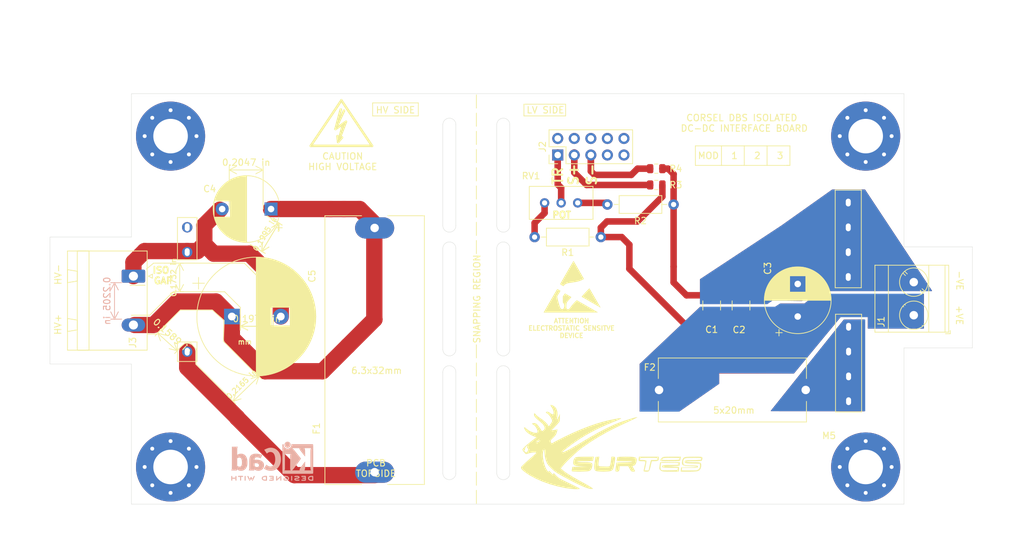
<source format=kicad_pcb>
(kicad_pcb (version 20171130) (host pcbnew "(5.1.9)-1")
  (layers (0 F.Cu signal) (31 B.Cu signal) (34 B.Paste user) (35 F.Paste user) (36 B.SilkS user) (37 F.SilkS user) (38 B.Mask user) (39 F.Mask user) (44 Edge.Cuts user))
  (net 0 "")
  (net 1 Sense-)
  (net 2 Sense+)
  (net 3 TR)
  (net 4 "Net-(H3-Pad1)")
  (net 5 "Net-(H4-Pad1)")
  (net 6 "Net-(H1-Pad1)")
  (net 7 "Net-(H2-Pad1)")
  (net 8 "Net-(J2-Pad10)")
  (net 9 "Net-(J2-Pad9)")
  (net 10 "Net-(J2-Pad8)")
  (net 11 "Net-(J2-Pad7)")
  (net 12 "Net-(J2-Pad6)")
  (net 13 "Net-(J2-Pad4)")
  (net 14 "Net-(J2-Pad2)")
  (net 15 VSS)
  (net 16 VDD)
  (net 17 "Net-(R1-Pad2)")
  (net 18 "Net-(R2-Pad1)")
  (net 19 HV-)
  (net 20 HV+)
  (net 21 "Net-(J7-Pad1)")
  (net 22 "Net-(F1-Pad1)")
  (net 23 "Net-(F2-Pad1)")
  (module Symbol:KiCad-Logo2_5mm_SilkScreen (layer B.Cu) (at 105.6 146.4 180)
    (fp_text reference REF** hide)
    (fp_text value KiCad-Logo2_5mm_SilkScreen hide)
  )
  (module Symbol:Symbol_HighVoltage_Type2_CopperTop_VerySmall (layer F.Cu) (at 116.2 95.2)
    (fp_text reference REF**)
    (fp_text value Symbol_HighVoltage_Type2_CopperTop_VerySmall)
  )
  (module Symbol:ESD-Logo_8.9x8mm_SilkScreen (layer F.Cu) (at 151.6 119.6)
    (fp_text reference REF** hide)
    (fp_text value ESD-Logo_8.9x8mm_SilkScreen hide)
  )
  (module Capacitor_THT:CP_Radial_D18.0mm_P7.50mm (layer F.Cu) (at 99.4 124.2)
    (fp_text reference C5 (at 12.3 -6.2 270) (layer F.SilkS))
    (fp_text value 100u)
    (pad 2 thru_hole circle (at 7.5 0) (size 2.4 2.4) (drill 1.2) (layers *.Cu *.Mask) (net 19 HV-))
    (pad 1 thru_hole rect (at 0 0) (size 2.4 2.4) (drill 1.2) (layers *.Cu *.Mask) (net 20 HV+))
  )
  (module Capacitor_THT:CP_Radial_D10.0mm_P7.50mm (layer F.Cu) (at 105.41 107.696 180)
    (fp_text reference C4 (at 9.41 3.096) (layer F.SilkS))
    (fp_text value 10u)
    (pad 2 thru_hole circle (at 7.5 0 180) (size 2 2) (drill 1) (layers *.Cu *.Mask) (net 19 HV-))
    (pad 1 thru_hole rect (at 0 0 180) (size 2 2) (drill 1) (layers *.Cu *.Mask) (net 20 HV+))
  )
  (module "Team Surtes:fs_teamSurtes" (layer F.Cu) (at 157.6 144.2)
    (fp_text reference G*** hide)
    (fp_text value LOGO hide)
  )
  (module Connector_Phoenix_GMSTB:PhoenixContact_GMSTBA_2,5_2-G_1x02_P7.50mm_Horizontal (layer F.Cu) (at 84.3 118 270)
    (fp_text reference J3 (at 10.2 0.1 90) (layer F.SilkS))
    (fp_text value Conn_01x02)
    (pad 2 thru_hole oval (at 7.5 0 270) (size 2 3.6) (drill 1.4) (layers *.Cu *.Mask) (net 20 HV+))
    (pad 1 thru_hole roundrect (at 0 0 270) (size 2 3.6) (drill 1.4) (layers *.Cu *.Mask) (roundrect_rratio 0.125) (net 19 HV-))
  )
  (module Resistor_THT:R_Axial_DIN0207_L6.3mm_D2.5mm_P10.16mm_Horizontal (layer F.Cu) (at 156 112 180)
    (fp_text reference R1 (at 5.08 -2.37) (layer F.SilkS))
    (fp_text value 5k)
    (pad 2 thru_hole oval (at 10.16 0 180) (size 1.6 1.6) (drill 0.8) (layers *.Cu *.Mask) (net 17 "Net-(R1-Pad2)"))
    (pad 1 thru_hole circle (at 0 0 180) (size 1.6 1.6) (drill 0.8) (layers *.Cu *.Mask) (net 16 VDD))
  )
  (module Resistor_THT:R_Axial_DIN0207_L6.3mm_D2.5mm_P10.16mm_Horizontal (layer F.Cu) (at 157 107)
    (fp_text reference R2 (at 5.08 2.5) (layer F.SilkS))
    (fp_text value 470)
    (pad 2 thru_hole oval (at 10.16 0) (size 1.6 1.6) (drill 0.8) (layers *.Cu *.Mask) (net 15 VSS))
    (pad 1 thru_hole circle (at 0 0) (size 1.6 1.6) (drill 0.8) (layers *.Cu *.Mask) (net 18 "Net-(R2-Pad1)"))
  )
  (module Resistor_SMD:R_0805_2012Metric (layer F.Cu) (at 164.5 104)
    (fp_text reference R3 (at 3 0) (layer F.SilkS))
    (fp_text value 0)
    (pad 2 smd roundrect (at 0.9375 0) (size 0.975 1.4) (layers F.Cu F.Paste F.Mask) (net 16 VDD))
    (pad 1 smd roundrect (at -0.9375 0) (size 0.975 1.4) (layers F.Cu F.Paste F.Mask) (net 2 Sense+))
  )
  (module Resistor_SMD:R_0805_2012Metric (layer F.Cu) (at 164.5 101.5 180)
    (fp_text reference R4 (at -3 0) (layer F.SilkS))
    (fp_text value 0)
    (pad 2 smd roundrect (at 0.9375 0 180) (size 0.975 1.4) (layers F.Cu F.Paste F.Mask) (net 1 Sense-))
    (pad 1 smd roundrect (at -0.9375 0 180) (size 0.975 1.4) (layers F.Cu F.Paste F.Mask) (net 15 VSS))
  )
  (module TerminalBlock_Phoenix:TerminalBlock_Phoenix_MKDS-3-2-5.08_1x02_P5.08mm_Horizontal (layer F.Cu) (at 204 124 90)
    (fp_text reference J1 (at -1 -5 90) (layer F.SilkS))
    (fp_text value Conn_01x02)
    (pad 2 thru_hole circle (at 5.08 0 90) (size 2.6 2.6) (drill 1.3) (layers *.Cu *.Mask) (net 15 VSS))
    (pad 1 thru_hole rect (at 0 0 90) (size 2.6 2.6) (drill 1.3) (layers *.Cu *.Mask) (net 16 VDD))
  )
  (module "DC_DC Converter circuit_DBS:Corsel_DC_DC_01x04" (layer F.Cu) (at 193.95 111.78)
    (fp_text reference J4 hide)
    (fp_text value DC-DC-CONN-01x04)
    (pad 4 thru_hole circle (at 0 6.35) (size 1.6 1.6) (drill oval 0.762 1.2) (layers *.Cu *.Mask) (net 15 VSS))
    (pad 3 thru_hole circle (at 0 2.54) (size 1.6 1.6) (drill oval 0.762 1.2) (layers *.Cu *.Mask) (net 15 VSS))
    (pad 2 thru_hole circle (at 0 -1.27) (size 1.6 1.6) (drill oval 0.762 1.2) (layers *.Cu *.Mask) (net 15 VSS))
    (pad 1 thru_hole circle (at 0 -5.08) (size 1.6 1.6) (drill oval 0.762 1.2) (layers *.Cu *.Mask) (net 15 VSS))
  )
  (module "DC_DC Converter circuit_DBS:cosel_DC_DC_-01x01" (layer F.Cu) (at 92.55 129.6)
    (fp_text reference J6 hide)
    (fp_text value corsel_DC_DC_conn_01x01)
    (pad 1 thru_hole circle (at 0 0) (size 1.6 1.6) (drill oval 0.762 1.2) (layers *.Cu *.Mask) (net 22 "Net-(F1-Pad1)"))
  )
  (module "DC_DC Converter circuit_DBS:corsel_DC_DC_01x02" (layer F.Cu) (at 92.55 111.5)
    (fp_text reference J7 hide)
    (fp_text value corsel_DC_DC_conn_01x02)
    (pad 2 thru_hole circle (at 0 2.81) (size 1.6 1.6) (drill oval 0.762 1.2) (layers *.Cu *.Mask) (net 19 HV-))
    (pad 1 thru_hole circle (at 0 -1) (size 1.6 1.6) (drill oval 0.762 1.2) (layers *.Cu *.Mask) (net 21 "Net-(J7-Pad1)"))
  )
  (module "DC_DC Converter circuit_DBS:Corsel_DC_DC_01x04" (layer F.Cu) (at 194 130.85)
    (fp_text reference J5 hide)
    (fp_text value DC-DC-CONN-01x04)
    (pad 4 thru_hole circle (at 0 6.35) (size 1.6 1.6) (drill oval 0.762 1.2) (layers *.Cu *.Mask) (net 23 "Net-(F2-Pad1)"))
    (pad 3 thru_hole circle (at 0 2.54) (size 1.6 1.6) (drill oval 0.762 1.2) (layers *.Cu *.Mask) (net 23 "Net-(F2-Pad1)"))
    (pad 2 thru_hole circle (at 0 -1.27) (size 1.6 1.6) (drill oval 0.762 1.2) (layers *.Cu *.Mask) (net 23 "Net-(F2-Pad1)"))
    (pad 1 thru_hole circle (at 0 -5.08) (size 1.6 1.6) (drill oval 0.762 1.2) (layers *.Cu *.Mask) (net 23 "Net-(F2-Pad1)"))
  )
  (module MountingHole:MountingHole_5.3mm_M5_Pad_Via (layer F.Cu) (at 196.625 96.5)
    (fp_text reference H1 hide)
    (fp_text value MountingHole_Pad)
    (pad 1 thru_hole circle (at 2.810749 -2.810749) (size 0.9 0.9) (drill 0.6) (layers *.Cu *.Mask) (net 6 "Net-(H1-Pad1)"))
    (pad 1 thru_hole circle (at 0 -3.975) (size 0.9 0.9) (drill 0.6) (layers *.Cu *.Mask) (net 6 "Net-(H1-Pad1)"))
    (pad 1 thru_hole circle (at -2.810749 -2.810749) (size 0.9 0.9) (drill 0.6) (layers *.Cu *.Mask) (net 6 "Net-(H1-Pad1)"))
    (pad 1 thru_hole circle (at -3.975 0) (size 0.9 0.9) (drill 0.6) (layers *.Cu *.Mask) (net 6 "Net-(H1-Pad1)"))
    (pad 1 thru_hole circle (at -2.810749 2.810749) (size 0.9 0.9) (drill 0.6) (layers *.Cu *.Mask) (net 6 "Net-(H1-Pad1)"))
    (pad 1 thru_hole circle (at 0 3.975) (size 0.9 0.9) (drill 0.6) (layers *.Cu *.Mask) (net 6 "Net-(H1-Pad1)"))
    (pad 1 thru_hole circle (at 2.810749 2.810749) (size 0.9 0.9) (drill 0.6) (layers *.Cu *.Mask) (net 6 "Net-(H1-Pad1)"))
    (pad 1 thru_hole circle (at 3.975 0) (size 0.9 0.9) (drill 0.6) (layers *.Cu *.Mask) (net 6 "Net-(H1-Pad1)"))
    (pad 1 thru_hole circle (at 0 0) (size 10.6 10.6) (drill 5.3) (layers *.Cu *.Mask) (net 6 "Net-(H1-Pad1)"))
  )
  (module MountingHole:MountingHole_5.3mm_M5_Pad_Via (layer F.Cu) (at 90 96.5)
    (fp_text reference H3 hide)
    (fp_text value MountingHole_Pad)
    (pad 1 thru_hole circle (at 2.810749 -2.810749) (size 0.9 0.9) (drill 0.6) (layers *.Cu *.Mask) (net 4 "Net-(H3-Pad1)"))
    (pad 1 thru_hole circle (at 0 -3.975) (size 0.9 0.9) (drill 0.6) (layers *.Cu *.Mask) (net 4 "Net-(H3-Pad1)"))
    (pad 1 thru_hole circle (at -2.810749 -2.810749) (size 0.9 0.9) (drill 0.6) (layers *.Cu *.Mask) (net 4 "Net-(H3-Pad1)"))
    (pad 1 thru_hole circle (at -3.975 0) (size 0.9 0.9) (drill 0.6) (layers *.Cu *.Mask) (net 4 "Net-(H3-Pad1)"))
    (pad 1 thru_hole circle (at -2.810749 2.810749) (size 0.9 0.9) (drill 0.6) (layers *.Cu *.Mask) (net 4 "Net-(H3-Pad1)"))
    (pad 1 thru_hole circle (at 0 3.975) (size 0.9 0.9) (drill 0.6) (layers *.Cu *.Mask) (net 4 "Net-(H3-Pad1)"))
    (pad 1 thru_hole circle (at 2.810749 2.810749) (size 0.9 0.9) (drill 0.6) (layers *.Cu *.Mask) (net 4 "Net-(H3-Pad1)"))
    (pad 1 thru_hole circle (at 3.975 0) (size 0.9 0.9) (drill 0.6) (layers *.Cu *.Mask) (net 4 "Net-(H3-Pad1)"))
    (pad 1 thru_hole circle (at 0 0) (size 10.6 10.6) (drill 5.3) (layers *.Cu *.Mask) (net 4 "Net-(H3-Pad1)"))
  )
  (module Connector_PinHeader_2.54mm:PinHeader_2x05_P2.54mm_Vertical (layer F.Cu) (at 149.385 99.4 90)
    (fp_text reference J2 (at 1.27 -2.33 90) (layer F.SilkS))
    (fp_text value Conn_02x05_Odd_Even)
    (pad 10 thru_hole oval (at 2.54 10.16 90) (size 1.7 1.7) (drill 1) (layers *.Cu *.Mask) (net 8 "Net-(J2-Pad10)"))
    (pad 9 thru_hole oval (at 0 10.16 90) (size 1.7 1.7) (drill 1) (layers *.Cu *.Mask) (net 9 "Net-(J2-Pad9)"))
    (pad 8 thru_hole oval (at 2.54 7.62 90) (size 1.7 1.7) (drill 1) (layers *.Cu *.Mask) (net 10 "Net-(J2-Pad8)"))
    (pad 7 thru_hole oval (at 0 7.62 90) (size 1.7 1.7) (drill 1) (layers *.Cu *.Mask) (net 11 "Net-(J2-Pad7)"))
    (pad 6 thru_hole oval (at 2.54 5.08 90) (size 1.7 1.7) (drill 1) (layers *.Cu *.Mask) (net 12 "Net-(J2-Pad6)"))
    (pad 5 thru_hole oval (at 0 5.08 90) (size 1.7 1.7) (drill 1) (layers *.Cu *.Mask) (net 1 Sense-))
    (pad 4 thru_hole oval (at 2.54 2.54 90) (size 1.7 1.7) (drill 1) (layers *.Cu *.Mask) (net 13 "Net-(J2-Pad4)"))
    (pad 3 thru_hole oval (at 0 2.54 90) (size 1.7 1.7) (drill 1) (layers *.Cu *.Mask) (net 2 Sense+))
    (pad 2 thru_hole oval (at 2.54 0 90) (size 1.7 1.7) (drill 1) (layers *.Cu *.Mask) (net 14 "Net-(J2-Pad2)"))
    (pad 1 thru_hole rect (at 0 0 90) (size 1.7 1.7) (drill 1) (layers *.Cu *.Mask) (net 3 TR))
  )
  (module MountingHole:MountingHole_5.3mm_M5_Pad_Via (layer F.Cu) (at 90 147.3)
    (fp_text reference H4 hide)
    (fp_text value MountingHole_Pad)
    (pad 1 thru_hole circle (at 2.810749 -2.810749) (size 0.9 0.9) (drill 0.6) (layers *.Cu *.Mask) (net 5 "Net-(H4-Pad1)"))
    (pad 1 thru_hole circle (at 0 -3.975) (size 0.9 0.9) (drill 0.6) (layers *.Cu *.Mask) (net 5 "Net-(H4-Pad1)"))
    (pad 1 thru_hole circle (at -2.810749 -2.810749) (size 0.9 0.9) (drill 0.6) (layers *.Cu *.Mask) (net 5 "Net-(H4-Pad1)"))
    (pad 1 thru_hole circle (at -3.975 0) (size 0.9 0.9) (drill 0.6) (layers *.Cu *.Mask) (net 5 "Net-(H4-Pad1)"))
    (pad 1 thru_hole circle (at -2.810749 2.810749) (size 0.9 0.9) (drill 0.6) (layers *.Cu *.Mask) (net 5 "Net-(H4-Pad1)"))
    (pad 1 thru_hole circle (at 0 3.975) (size 0.9 0.9) (drill 0.6) (layers *.Cu *.Mask) (net 5 "Net-(H4-Pad1)"))
    (pad 1 thru_hole circle (at 2.810749 2.810749) (size 0.9 0.9) (drill 0.6) (layers *.Cu *.Mask) (net 5 "Net-(H4-Pad1)"))
    (pad 1 thru_hole circle (at 3.975 0) (size 0.9 0.9) (drill 0.6) (layers *.Cu *.Mask) (net 5 "Net-(H4-Pad1)"))
    (pad 1 thru_hole circle (at 0 0) (size 10.6 10.6) (drill 5.3) (layers *.Cu *.Mask) (net 5 "Net-(H4-Pad1)"))
  )
  (module MountingHole:MountingHole_5.3mm_M5_Pad_Via (layer F.Cu) (at 196.625 147.3)
    (fp_text reference H2 hide)
    (fp_text value MountingHole_Pad)
    (pad 1 thru_hole circle (at 2.810749 -2.810749) (size 0.9 0.9) (drill 0.6) (layers *.Cu *.Mask) (net 7 "Net-(H2-Pad1)"))
    (pad 1 thru_hole circle (at 0 -3.975) (size 0.9 0.9) (drill 0.6) (layers *.Cu *.Mask) (net 7 "Net-(H2-Pad1)"))
    (pad 1 thru_hole circle (at -2.810749 -2.810749) (size 0.9 0.9) (drill 0.6) (layers *.Cu *.Mask) (net 7 "Net-(H2-Pad1)"))
    (pad 1 thru_hole circle (at -3.975 0) (size 0.9 0.9) (drill 0.6) (layers *.Cu *.Mask) (net 7 "Net-(H2-Pad1)"))
    (pad 1 thru_hole circle (at -2.810749 2.810749) (size 0.9 0.9) (drill 0.6) (layers *.Cu *.Mask) (net 7 "Net-(H2-Pad1)"))
    (pad 1 thru_hole circle (at 0 3.975) (size 0.9 0.9) (drill 0.6) (layers *.Cu *.Mask) (net 7 "Net-(H2-Pad1)"))
    (pad 1 thru_hole circle (at 2.810749 2.810749) (size 0.9 0.9) (drill 0.6) (layers *.Cu *.Mask) (net 7 "Net-(H2-Pad1)"))
    (pad 1 thru_hole circle (at 3.975 0) (size 0.9 0.9) (drill 0.6) (layers *.Cu *.Mask) (net 7 "Net-(H2-Pad1)"))
    (pad 1 thru_hole circle (at 0 0) (size 10.6 10.6) (drill 5.3) (layers *.Cu *.Mask) (net 7 "Net-(H2-Pad1)"))
  )
  (module Fuse:Fuseholder_Cylinder-5x20mm_Schurter_0031_8201_Horizontal_Open (layer F.Cu) (at 187.425 135.475 180)
    (fp_text reference F2 (at 23.925 3.475) (layer F.SilkS))
    (fp_text value Fuse)
    (pad "" np_thru_hole circle (at 11.25 0 180) (size 2.7 2.7) (drill 2.7) (layers *.Cu *.Mask))
    (pad 2 thru_hole circle (at 22.5 0 180) (size 3 3) (drill 1.3) (layers *.Cu *.Mask) (net 16 VDD))
    (pad 1 thru_hole circle (at 0 0 180) (size 3 3) (drill 1.3) (layers *.Cu *.Mask) (net 23 "Net-(F2-Pad1)"))
  )
  (module Potentiometer_THT:Potentiometer_Bourns_3296W_Vertical (layer F.Cu) (at 152.45 106.75)
    (fp_text reference RV1 (at -7.162 -4.134) (layer F.SilkS))
    (fp_text value 18k)
    (pad 3 thru_hole circle (at -5.08 0) (size 1.44 1.44) (drill 0.8) (layers *.Cu *.Mask) (net 17 "Net-(R1-Pad2)"))
    (pad 2 thru_hole circle (at -2.54 0) (size 1.44 1.44) (drill 0.8) (layers *.Cu *.Mask) (net 3 TR))
    (pad 1 thru_hole circle (at 0 0) (size 1.44 1.44) (drill 0.8) (layers *.Cu *.Mask) (net 18 "Net-(R2-Pad1)"))
  )
  (module Fuse:Fuseholder_Cylinder-6.3x32mm_Schurter_0031-8002_Horizontal_Open (layer F.Cu) (at 121.3 148.1 90)
    (fp_text reference F1 (at 6.7 -8.912 90) (layer F.SilkS))
    (fp_text value Fuse)
    (pad "" np_thru_hole circle (at 18.75 0 90) (size 3.2 3.2) (drill 3.2) (layers *.Cu *.Mask))
    (pad 2 thru_hole oval (at 37.5 0 90) (size 3.25 6) (drill 1.3) (layers *.Cu *.Mask) (net 20 HV+))
    (pad 1 thru_hole oval (at 0 0 90) (size 3.25 6) (drill 1.3) (layers *.Cu *.Mask) (net 22 "Net-(F1-Pad1)"))
  )
  (module Capacitor_SMD:C_1210_3225Metric_Pad1.33x2.70mm_HandSolder (layer F.Cu) (at 173 122.5 90)
    (fp_text reference C1 (at -3.7 0 180) (layer F.SilkS))
    (fp_text value 100n)
    (pad 2 smd roundrect (at 1.5625 0 90) (size 1.325 2.7) (layers F.Cu F.Paste F.Mask) (roundrect_rratio 0.188679) (net 15 VSS))
    (pad 1 smd roundrect (at -1.5625 0 90) (size 1.325 2.7) (layers F.Cu F.Paste F.Mask) (roundrect_rratio 0.188679) (net 16 VDD))
  )
  (module Capacitor_SMD:C_1210_3225Metric_Pad1.33x2.70mm_HandSolder (layer F.Cu) (at 177.5 122.5 90)
    (fp_text reference C2 (at -3.7375 -0.3 180) (layer F.SilkS))
    (fp_text value 10u)
    (pad 2 smd roundrect (at 1.5625 0 90) (size 1.325 2.7) (layers F.Cu F.Paste F.Mask) (roundrect_rratio 0.188679) (net 15 VSS))
    (pad 1 smd roundrect (at -1.5625 0 90) (size 1.325 2.7) (layers F.Cu F.Paste F.Mask) (roundrect_rratio 0.188679) (net 16 VDD))
  )
  (module Capacitor_THT:CP_Radial_D10.0mm_P5.00mm (layer F.Cu) (at 186.2 124.2 90)
    (fp_text reference C3 (at 7.4 -4.6 90) (layer F.SilkS))
    (fp_text value 2.2m)
    (pad 1 thru_hole rect (at 0 0 90) (size 2 2) (drill 1) (layers *.Cu *.Mask) (net 16 VDD))
    (pad 2 thru_hole circle (at 5 0 90) (size 2 2) (drill 1) (layers *.Cu *.Mask) (net 15 VSS))
  )
  (gr_line (start 136.906 152.908) (end 136.906 150.876) (layer F.SilkS) (width 0.12))
  (gr_line (start 136.906 150.114) (end 136.906 148.082) (layer F.SilkS) (width 0.12))
  (gr_line (start 136.906 147.32) (end 136.906 145.288) (layer F.SilkS) (width 0.12))
  (gr_line (start 136.906 144.526) (end 136.906 142.494) (layer F.SilkS) (width 0.12))
  (gr_line (start 136.906 141.732) (end 136.906 139.7) (layer F.SilkS) (width 0.12))
  (gr_line (start 136.906 138.938) (end 136.906 136.906) (layer F.SilkS) (width 0.12))
  (gr_line (start 136.906 136.144) (end 136.906 134.112) (layer F.SilkS) (width 0.12))
  (gr_line (start 136.906 133.35) (end 136.906 131.318) (layer F.SilkS) (width 0.12))
  (gr_line (start 136.906 130.556) (end 136.906 128.524) (layer F.SilkS) (width 0.12))
  (gr_line (start 136.906 92.202) (end 136.906 90.17) (layer F.SilkS) (width 0.12))
  (gr_line (start 136.906 94.996) (end 136.906 92.964) (layer F.SilkS) (width 0.12))
  (gr_line (start 136.906 97.79) (end 136.906 95.758) (layer F.SilkS) (width 0.12))
  (gr_line (start 136.906 100.584) (end 136.906 98.552) (layer F.SilkS) (width 0.12))
  (gr_line (start 136.906 103.378) (end 136.906 101.346) (layer F.SilkS) (width 0.12))
  (gr_line (start 136.906 106.172) (end 136.906 104.14) (layer F.SilkS) (width 0.12))
  (gr_line (start 136.906 108.966) (end 136.906 106.934) (layer F.SilkS) (width 0.12))
  (gr_line (start 136.906 111.76) (end 136.906 109.728) (layer F.SilkS) (width 0.12))
  (gr_line (start 136.906 114.554) (end 136.906 112.522) (layer F.SilkS) (width 0.12))
  (dimension 5.2 (width 0.12) (layer F.SilkS) (gr_text "5.200 mm" (at 101.6 100.43) (layer F.SilkS) (effects (font (size 1 1) (thickness 0.15)))) (feature1 (pts (xy 99 107.7) (xy 99 101.113579))) (feature2 (pts (xy 104.2 107.7) (xy 104.2 101.113579))) (crossbar (pts (xy 104.2 101.7) (xy 99 101.7))) (arrow1a (pts (xy 99 101.7) (xy 100.126504 101.113579))) (arrow1b (pts (xy 99 101.7) (xy 100.126504 102.286421))) (arrow2a (pts (xy 104.2 101.7) (xy 103.073496 101.113579))) (arrow2b (pts (xy 104.2 101.7) (xy 103.073496 102.286421))))
  (dimension 4.036087 (width 0.12) (layer F.SilkS) (gr_text 4.1mm (at 88.663675 129.045918 318) (layer F.SilkS) (effects (font (size 1 1) (thickness 0.15)))) (feature1 (pts (xy 91.6 128.8) (xy 90.620965 129.887817))) (feature2 (pts (xy 88.6 126.1) (xy 87.620965 127.187817))) (crossbar (pts (xy 88.01326 126.751934) (xy 91.01326 129.451934))) (arrow1a (pts (xy 91.01326 129.451934) (xy 89.783642 129.134226))) (arrow1b (pts (xy 91.01326 129.451934) (xy 90.568231 128.26246))) (arrow2a (pts (xy 88.01326 126.751934) (xy 88.458289 127.941408))) (arrow2b (pts (xy 88.01326 126.751934) (xy 89.242878 127.069642))))
  (gr_line (start 87.8 126.9) (end 86.4 126.9) (layer F.SilkS) (width 0.12))
  (gr_line (start 91.5 123.2) (end 87.8 126.9) (layer F.SilkS) (width 0.12))
  (gr_line (start 91.7 123.2) (end 91.5 123.2) (layer F.SilkS) (width 0.12))
  (gr_line (start 93.9 131.5) (end 99.6 137.2) (layer F.SilkS) (width 0.12))
  (gr_line (start 93.9 131.4) (end 93.9 131.5) (layer F.SilkS) (width 0.12))
  (gr_line (start 93.9 129.2) (end 93.9 131.4) (layer F.SilkS) (width 0.12))
  (gr_line (start 93.1 128.3) (end 93.9 129.2) (layer F.SilkS) (width 0.12))
  (gr_line (start 92.2 128.3) (end 93.1 128.3) (layer F.SilkS) (width 0.12))
  (gr_line (start 91.5 128.9) (end 92.2 128.3) (layer F.SilkS) (width 0.12))
  (gr_line (start 98.1 128) (end 103.35 133.278) (layer F.SilkS) (width 0.12))
  (gr_line (start 98.2 124.8) (end 98.1 128) (layer F.SilkS) (width 0.12))
  (gr_line (start 96.4 123.2) (end 98.2 124.8) (layer F.SilkS) (width 0.12))
  (gr_line (start 91.7 123.2) (end 96.4 123.2) (layer F.SilkS) (width 0.12))
  (dimension 4.4 (width 0.12) (layer F.SilkS) (gr_text "4.4 mm" (at 92.67 118.2 90) (layer F.SilkS) (effects (font (size 0.8 0.8) (thickness 0.15)))) (feature1 (pts (xy 91.4 116) (xy 91.986421 116))) (feature2 (pts (xy 91.4 120.4) (xy 91.986421 120.4))) (crossbar (pts (xy 91.4 120.4) (xy 91.4 116))) (arrow1a (pts (xy 91.4 116) (xy 91.986421 117.126504))) (arrow1b (pts (xy 91.4 116) (xy 90.813579 117.126504))) (arrow2a (pts (xy 91.4 120.4) (xy 91.986421 119.273496))) (arrow2b (pts (xy 91.4 120.4) (xy 90.813579 119.273496))))
  (gr_line (start 87.4 116) (end 86.3 116.9) (layer F.SilkS) (width 0.12))
  (gr_line (start 89.1 116) (end 87.4 116) (layer F.SilkS) (width 0.12))
  (dimension 5.6 (width 0.12) (layer B.SilkS) (gr_text "5.600 mm" (at 80.13 121.8 -270) (layer B.SilkS) (effects (font (size 1 1) (thickness 0.15)) (justify mirror))) (feature1 (pts (xy 82.5 119) (xy 80.813579 119))) (feature2 (pts (xy 82.5 124.6) (xy 80.813579 124.6))) (crossbar (pts (xy 81.4 124.6) (xy 81.4 119))) (arrow1a (pts (xy 81.4 119) (xy 80.813579 120.126504))) (arrow1b (pts (xy 81.4 119) (xy 81.986421 120.126504))) (arrow2a (pts (xy 81.4 124.6) (xy 80.813579 123.473496))) (arrow2b (pts (xy 81.4 124.6) (xy 81.986421 123.473496))))
  (gr_line (start 100.7 122.8) (end 100.7 124.3) (layer F.SilkS) (width 0.12))
  (gr_line (start 98.3 120.4) (end 100.7 122.8) (layer F.SilkS) (width 0.12))
  (gr_line (start 101.3 116) (end 104.1 118.8) (layer F.SilkS) (width 0.12))
  (gr_line (start 89.1 116) (end 101.3 116) (layer F.SilkS) (width 0.12))
  (gr_line (start 83.8 119.4) (end 86.1 119.4) (layer F.SilkS) (width 0.12))
  (gr_text "mm\n" (at 101.4 128.1) (layer F.SilkS) (effects (font (size 0.8 0.8))))
  (gr_line (start 97.7 120.4) (end 98.3 120.4) (layer F.SilkS) (width 0.12))
  (gr_line (start 90.4 120.4) (end 97.7 120.4) (layer F.SilkS) (width 0.12))
  (gr_line (start 86.8 124) (end 90.4 120.4) (layer F.SilkS) (width 0.12))
  (gr_line (start 84 124) (end 86.8 124) (layer F.SilkS) (width 0.12))
  (gr_text "ISO \nGAP" (at 88.9 117.9) (layer F.SilkS) (effects (font (size 1 1) (thickness 0.25))))
  (dimension 5.06779 (width 0.15) (layer F.SilkS) (gr_text "5.0 mm" (at 106.415871 112.691957 59.1) (layer F.SilkS) (effects (font (size 0.8 0.8) (thickness 0.15)))) (feature1 (pts (xy 104.807578 108.778667) (xy 107.103361 110.150859))) (feature2 (pts (xy 102.207578 113.128667) (xy 104.503361 114.500859))) (crossbar (pts (xy 104 114.2) (xy 106.6 109.85))) (arrow1a (pts (xy 106.6 109.85) (xy 106.525415 111.117808))) (arrow1b (pts (xy 106.6 109.85) (xy 105.518692 110.516089))) (arrow2a (pts (xy 104 114.2) (xy 105.081308 113.533911))) (arrow2b (pts (xy 104 114.2) (xy 104.074585 112.932192))))
  (dimension 5.025 (width 0.15) (layer F.SilkS) (gr_text "5.0 mm" (at 103.2125 127) (layer F.SilkS) (effects (font (size 1 1) (thickness 0.15)))) (feature1 (pts (xy 105.725 124.325) (xy 105.725 126.286421))) (feature2 (pts (xy 100.7 124.325) (xy 100.7 126.286421))) (crossbar (pts (xy 100.7 125.7) (xy 105.725 125.7))) (arrow1a (pts (xy 105.725 125.7) (xy 104.598496 126.286421))) (arrow1b (pts (xy 105.725 125.7) (xy 104.598496 125.113579))) (arrow2a (pts (xy 100.7 125.7) (xy 101.826504 126.286421))) (arrow2b (pts (xy 100.7 125.7) (xy 101.826504 125.113579))))
  (dimension 5.498466 (width 0.12) (layer F.SilkS) (gr_text "5.5 mm" (at 102.458474 136.199845 44.1) (layer F.SilkS) (effects (font (size 0.8 0.8) (thickness 0.15)))) (feature1 (pts (xy 103.55 133.375) (xy 103.957943 133.796274))) (feature2 (pts (xy 99.6 137.2) (xy 100.007943 137.621274))) (crossbar (pts (xy 99.6 137.2) (xy 103.55 133.375))) (arrow1a (pts (xy 103.55 133.375) (xy 103.148682 134.579925))) (arrow1b (pts (xy 103.55 133.375) (xy 102.332797 133.737377))) (arrow2a (pts (xy 99.6 137.2) (xy 100.817203 136.837623))) (arrow2b (pts (xy 99.6 137.2) (xy 100.001318 135.995075))))
  (gr_line (start 144.2 93.4) (end 144.2 93.2) (layer F.SilkS) (width 0.12))
  (gr_line (start 150.6 93.4) (end 144.2 93.4) (layer F.SilkS) (width 0.12))
  (gr_line (start 150.6 91.6) (end 150.6 93.4) (layer F.SilkS) (width 0.12))
  (gr_line (start 144.2 91.6) (end 150.6 91.6) (layer F.SilkS) (width 0.12))
  (gr_line (start 144.2 93.2) (end 144.2 91.6) (layer F.SilkS) (width 0.12))
  (gr_line (start 121 91.6) (end 121 91.4) (layer F.SilkS) (width 0.12))
  (gr_line (start 121 93.4) (end 121 91.6) (layer F.SilkS) (width 0.12))
  (gr_line (start 128 93.4) (end 121 93.4) (layer F.SilkS) (width 0.12))
  (gr_line (start 128 91.4) (end 128 93.4) (layer F.SilkS) (width 0.12))
  (gr_line (start 121 91.4) (end 128 91.4) (layer F.SilkS) (width 0.12))
  (gr_text POT (at 150 108.6) (layer F.SilkS) (effects (font (size 1 1) (thickness 0.25))))
  (gr_text S- (at 154.6 102.4 90) (layer F.SilkS) (effects (font (size 1.5 1.5) (thickness 0.3))))
  (gr_text S+ (at 151.8 102.4 90) (layer F.SilkS) (effects (font (size 1.5 1.5) (thickness 0.3))))
  (gr_text TR (at 149.4 102.6 90) (layer F.SilkS) (effects (font (size 1.5 1.5) (thickness 0.3))))
  (gr_text "PCB\nTOPSIDE" (at 121.5 147.5) (layer F.SilkS) (effects (font (size 1 1))))
  (gr_text "CORSEL DBS ISOLATED \nDC-DC INTERFACE BOARD\n" (at 178 94.5) (layer F.SilkS) (effects (font (size 1 1))))
  (gr_text "M5\n" (at 191 142.5) (layer F.SilkS) (effects (font (size 1 1))))
  (gr_text "+VE\n" (at 211 124 270) (layer F.SilkS) (effects (font (size 1 1))))
  (gr_text "-VE\n" (at 211.05 118.675 270) (layer F.SilkS) (effects (font (size 1 1))))
  (gr_text "HV-\n" (at 72.75 117.75 90) (layer F.SilkS) (effects (font (size 1 1))))
  (gr_text "HV+\n" (at 72.725 125.425 90) (layer F.SilkS) (effects (font (size 1 1))))
  (gr_text "SNAPPING REGION\n" (at 137 121.5 90) (layer F.SilkS) (effects (font (size 1 1))))
  (gr_text "CAUTION\nHIGH VOLTAGE" (at 116.4 100.4) (layer F.SilkS) (effects (font (size 1 1))))
  (gr_text "ATTENTION\nELECTROSTATIC SENSITVE\nDEVICE\n" (at 151.5 126) (layer F.SilkS) (effects (font (size 0.7 0.7))))
  (gr_text 3 (at 183.5 99.5) (layer F.SilkS) (effects (font (size 1 1))))
  (gr_text 2 (at 180 99.5) (layer F.SilkS) (effects (font (size 1 1))))
  (gr_text 1 (at 176.5 99.5) (layer F.SilkS) (effects (font (size 1 1))))
  (gr_text "MOD\n" (at 172.5 99.5) (layer F.SilkS) (effects (font (size 1 1))))
  (gr_line (start 181.5 98) (end 181.5 101) (layer F.SilkS) (width 0.12))
  (gr_line (start 178 101) (end 178 98) (layer F.SilkS) (width 0.12))
  (gr_line (start 174.5 98) (end 174.5 101) (layer F.SilkS) (width 0.12))
  (gr_line (start 185 101) (end 184.5 101) (layer F.SilkS) (width 0.12))
  (gr_line (start 185 98) (end 185 101) (layer F.SilkS) (width 0.12))
  (gr_line (start 170.5 98) (end 185 98) (layer F.SilkS) (width 0.12))
  (gr_line (start 170.5 101) (end 184.8 101) (layer F.SilkS) (width 0.12))
  (gr_line (start 170.5 98) (end 170.5 101) (layer F.SilkS) (width 0.12))
  (gr_text 5x20mm (at 176.4 138.6) (layer F.SilkS) (effects (font (size 1 1))))
  (gr_text 6.3x32mm (at 121.6 132.5) (layer F.SilkS) (effects (font (size 1 1))))
  (gr_poly (pts (xy 205.5 120.25) (xy 194.5 120.25) (xy 192 120.25) (xy 188.625 120.25) (xy 186.875 121.75) (xy 182.3 121.7) (xy 181.5 122.25) (xy 171.25 122.25) (xy 171.25 118.5) (xy 183.75 110.25) (xy 191.5 104.75) (xy 196.25 104.75) (xy 196.5 104.75) (xy 206.75 120.25)) (layer B.Cu) (width 0.1))
  (gr_poly (pts (xy 205.5 120.25) (xy 194.5 120.25) (xy 192 120.25) (xy 188.625 120.25) (xy 186.875 121.75) (xy 182.3 121.7) (xy 181.5 122.25) (xy 171.25 122.25) (xy 171.25 118.5) (xy 183.75 110.25) (xy 191.5 104.75) (xy 196.25 104.75) (xy 196.5 104.75) (xy 206.75 120.25)) (layer F.Cu) (width 0.1))
  (gr_poly (pts (xy 168 138.75) (xy 162 138.75) (xy 162 131.5) (xy 171.25 122.75) (xy 182.75 122.75) (xy 183.5625 122.25) (xy 187.25 122.25) (xy 189.125 120.75) (xy 205.5 120.75) (xy 205.5 126) (xy 197 126) (xy 197 124.25) (xy 192.75 124.25) (xy 185.6 132.9) (xy 174.1 132.9) (xy 174.1 134.5)) (layer F.Cu) (width 0.1))
  (gr_poly (pts (xy 168 138.75) (xy 162 138.75) (xy 162 131.5) (xy 171.25 122.75) (xy 182.75 122.75) (xy 183.5 122.25) (xy 187.25 122.25) (xy 189.125 120.75) (xy 205.5 120.75) (xy 205.5 126) (xy 197 126) (xy 197 124.25) (xy 192.75 124.25) (xy 185.6 132.9) (xy 174.1 132.85) (xy 174.1 134.5)) (layer B.Cu) (width 0.1))
  (gr_poly (pts (xy 196.4 138.7) (xy 182.118 138.684) (xy 193.294 124.714) (xy 196.373 124.714)) (layer F.Cu) (width 0.1))
  (gr_poly (pts (xy 196.5 138.7) (xy 182.118 138.684) (xy 193.294 124.714) (xy 196.5 124.7)) (layer B.Cu) (width 0.1))
  (gr_text "LV SIDE" (at 147.5 92.5) (layer F.SilkS) (effects (font (size 1 1))))
  (gr_text "HV SIDE" (at 124.5 92.5) (layer F.SilkS) (effects (font (size 1 1))))
  (gr_line (start 213 129) (end 202.5 129) (layer Edge.Cuts) (width 0.05))
  (gr_line (start 202.5 129) (end 202.5 153) (layer Edge.Cuts) (width 0.05))
  (gr_line (start 202.5 153) (end 84 153) (layer Edge.Cuts) (width 0.05))
  (gr_line (start 84 90) (end 196.5 90) (layer Edge.Cuts) (width 0.05))
  (gr_line (start 84 131.5) (end 84 153) (layer Edge.Cuts) (width 0.05))
  (gr_line (start 84 112) (end 84 90) (layer Edge.Cuts) (width 0.05))
  (gr_line (start 196.5 90) (end 202.5 90) (layer Edge.Cuts) (width 0.05))
  (gr_arc (start 141.04 132.746) (end 142.04 132.746) (angle -180) (layer Edge.Cuts) (width 0.05))
  (gr_arc (start 141.04 94.746) (end 142.04 94.746) (angle -180) (layer Edge.Cuts) (width 0.05))
  (gr_arc (start 141.04 129.246) (end 140.04 129.246) (angle -180) (layer Edge.Cuts) (width 0.05))
  (gr_line (start 142.04 113.746) (end 142.04 129.246) (layer Edge.Cuts) (width 0.05))
  (gr_arc (start 141.04 148.246) (end 140.04 148.246) (angle -180) (layer Edge.Cuts) (width 0.05))
  (gr_arc (start 141.04 110.246) (end 140.04 110.246) (angle -180) (layer Edge.Cuts) (width 0.05))
  (gr_line (start 142.04 132.746) (end 142.04 148.246) (layer Edge.Cuts) (width 0.05))
  (gr_line (start 140.04 132.746) (end 140.04 148.246) (layer Edge.Cuts) (width 0.05))
  (gr_arc (start 141.04 113.746) (end 142.04 113.746) (angle -180) (layer Edge.Cuts) (width 0.05))
  (gr_line (start 140.04 113.746) (end 140.04 129.246) (layer Edge.Cuts) (width 0.05))
  (gr_line (start 142.04 94.746) (end 142.04 110.246) (layer Edge.Cuts) (width 0.05))
  (gr_line (start 140.04 94.746) (end 140.04 110.246) (layer Edge.Cuts) (width 0.05))
  (gr_arc (start 132.765 132.746) (end 133.765 132.746) (angle -180) (layer Edge.Cuts) (width 0.05))
  (gr_arc (start 132.765 148.246) (end 131.765 148.246) (angle -180) (layer Edge.Cuts) (width 0.05))
  (gr_line (start 133.765 132.746) (end 133.765 148.246) (layer Edge.Cuts) (width 0.05))
  (gr_line (start 131.765 132.746) (end 131.765 148.246) (layer Edge.Cuts) (width 0.05))
  (gr_arc (start 132.765 113.746) (end 133.765 113.746) (angle -180) (layer Edge.Cuts) (width 0.05))
  (gr_arc (start 132.765 129.246) (end 131.765 129.246) (angle -180) (layer Edge.Cuts) (width 0.05))
  (gr_line (start 133.765 113.746) (end 133.765 129.246) (layer Edge.Cuts) (width 0.05))
  (gr_line (start 131.765 113.746) (end 131.765 129.246) (layer Edge.Cuts) (width 0.05))
  (gr_arc (start 132.765 94.746) (end 133.765 94.746) (angle -180) (layer Edge.Cuts) (width 0.05))
  (gr_line (start 131.765 94.746) (end 131.765 110.246) (layer Edge.Cuts) (width 0.05))
  (gr_arc (start 132.765 110.246) (end 131.765 110.246) (angle -180) (layer Edge.Cuts) (width 0.05))
  (gr_line (start 133.765 94.746) (end 133.765 110.246) (layer Edge.Cuts) (width 0.05))
  (gr_line (start 71.5 131.5) (end 84 131.5) (layer Edge.Cuts) (width 0.05))
  (gr_line (start 71.5 112) (end 71.5 131.5) (layer Edge.Cuts) (width 0.05))
  (gr_line (start 84 112) (end 71.5 112) (layer Edge.Cuts) (width 0.05))
  (gr_line (start 213 113.5) (end 213 129) (layer Edge.Cuts) (width 0.05))
  (gr_line (start 202.5 113.5) (end 213 113.5) (layer Edge.Cuts) (width 0.05))
  (gr_line (start 202.5 90) (end 202.5 113.5) (layer Edge.Cuts) (width 0.05))
  (segment (start 160.675 102.45) (end 161.625 101.5) (width 1) (layer F.Cu) (net 1))
  (segment (start 161.625 101.5) (end 163.5625 101.5) (width 1) (layer F.Cu) (net 1))
  (segment (start 154.465 101.89) (end 155.025 102.45) (width 1) (layer F.Cu) (net 1))
  (segment (start 155.025 102.45) (end 160.675 102.45) (width 1) (layer F.Cu) (net 1))
  (segment (start 154.465 99.4) (end 154.465 100.871) (width 1) (layer F.Cu) (net 1))
  (segment (start 154.465 100.871) (end 154.465 101.89) (width 1) (layer F.Cu) (net 1))
  (segment (start 154.465 99.2) (end 154.465 100.871) (width 1) (layer F.Cu) (net 1))
  (segment (start 153.825 104) (end 163.5625 104) (width 1) (layer F.Cu) (net 2))
  (segment (start 151.925 102.1) (end 153.825 104) (width 1) (layer F.Cu) (net 2))
  (segment (start 151.925 100) (end 151.925 99) (width 1) (layer F.Cu) (net 2))
  (segment (start 151.925 99.2) (end 151.925 100.617) (width 1) (layer F.Cu) (net 2))
  (segment (start 151.925 100.617) (end 151.925 102.1) (width 1) (layer F.Cu) (net 2))
  (segment (start 151.925 100) (end 151.925 100.617) (width 1) (layer F.Cu) (net 2))
  (segment (start 151.925 99.4) (end 151.925 100) (width 1) (layer F.Cu) (net 2))
  (segment (start 149.91 106.75) (end 149.91 104.444) (width 1) (layer F.Cu) (net 3))
  (segment (start 149.91 104.444) (end 149.385 103.919) (width 1) (layer F.Cu) (net 3))
  (segment (start 149.385 100.551) (end 149.385 99.2) (width 1) (layer F.Cu) (net 3))
  (segment (start 149.385 100.551) (end 149.385 99) (width 1) (layer F.Cu) (net 3))
  (segment (start 149.385 99.4) (end 149.385 101.125) (width 1) (layer F.Cu) (net 3))
  (segment (start 149.385 101.125) (end 149.385 100.551) (width 1) (layer F.Cu) (net 3))
  (segment (start 149.385 103.919) (end 149.385 101.125) (width 1) (layer F.Cu) (net 3))
  (segment (start 198.95 96.4) (end 196.55 96.4) (width 0.25) (layer F.Cu) (net 6))
  (segment (start 204 118.92) (end 203.58 118.92) (width 1) (layer F.Cu) (net 15))
  (segment (start 177.6125 120.825) (end 177.5 120.9375) (width 1) (layer F.Cu) (net 15))
  (segment (start 167.16 116.535) (end 167.16 107) (width 1) (layer F.Cu) (net 15))
  (segment (start 167.16 107) (end 167.16 102.34) (width 1) (layer F.Cu) (net 15))
  (segment (start 166.32 101.5) (end 165.4375 101.5) (width 1) (layer F.Cu) (net 15))
  (segment (start 167.16 102.34) (end 166.32 101.5) (width 1) (layer F.Cu) (net 15))
  (segment (start 193.95 118.13) (end 193.95 114.32) (width 0.25) (layer F.Cu) (net 15))
  (segment (start 193.95 114.32) (end 193.95 110.51) (width 0.25) (layer F.Cu) (net 15))
  (segment (start 193.95 110.51) (end 193.95 106.7) (width 0.25) (layer F.Cu) (net 15))
  (segment (start 203.21 118.13) (end 204 118.92) (width 0.25) (layer F.Cu) (net 15))
  (segment (start 193.95 118.13) (end 203.21 118.13) (width 0.25) (layer F.Cu) (net 15))
  (segment (start 173 120.9375) (end 177.5 120.9375) (width 1) (layer F.Cu) (net 15))
  (segment (start 193.08 119) (end 193.95 118.13) (width 1) (layer F.Cu) (net 15))
  (segment (start 187.725 119) (end 193.08 119) (width 1) (layer F.Cu) (net 15))
  (segment (start 173 120.9375) (end 169.1375 120.9375) (width 1) (layer F.Cu) (net 15))
  (segment (start 167.16 118.96) (end 167.16 116.535) (width 1) (layer F.Cu) (net 15))
  (segment (start 169.1375 120.9375) (end 167.16 118.96) (width 1) (layer F.Cu) (net 15))
  (segment (start 184.4625 120.9375) (end 186.2 119.2) (width 1) (layer F.Cu) (net 15))
  (segment (start 177.5 120.9375) (end 184.4625 120.9375) (width 1) (layer F.Cu) (net 15))
  (segment (start 156 112) (end 156 110.55) (width 1) (layer F.Cu) (net 16))
  (segment (start 156 110.55) (end 156.95 109.6) (width 1) (layer F.Cu) (net 16))
  (segment (start 156.95 109.6) (end 161.625 109.6) (width 1) (layer F.Cu) (net 16))
  (segment (start 165.4375 105.7875) (end 165.4375 104) (width 1) (layer F.Cu) (net 16))
  (segment (start 161.625 109.6) (end 165.4375 105.7875) (width 1) (layer F.Cu) (net 16))
  (segment (start 203.325 123.325) (end 204 124) (width 0.25) (layer F.Cu) (net 16))
  (segment (start 173 124.0625) (end 173 127.4) (width 1) (layer F.Cu) (net 16))
  (segment (start 173 124.0625) (end 177.5 124.0625) (width 1) (layer F.Cu) (net 16))
  (segment (start 185.1625 124.0625) (end 185.9 123.325) (width 1) (layer F.Cu) (net 16))
  (segment (start 177.5 124.0625) (end 185.1625 124.0625) (width 1) (layer F.Cu) (net 16))
  (segment (start 187.7 123.325) (end 188.525 122.5) (width 1) (layer F.Cu) (net 16))
  (segment (start 185.9 123.325) (end 187.7 123.325) (width 1) (layer F.Cu) (net 16))
  (segment (start 188.525 122.5) (end 198.75 122.5) (width 1) (layer F.Cu) (net 16))
  (segment (start 200.25 124) (end 204 124) (width 1) (layer F.Cu) (net 16))
  (segment (start 198.75 122.5) (end 200.25 124) (width 1) (layer F.Cu) (net 16))
  (segment (start 160.375 116.875) (end 171.95 128.45) (width 1) (layer F.Cu) (net 16))
  (segment (start 160.375 113.175) (end 160.375 116.875) (width 1) (layer F.Cu) (net 16))
  (segment (start 159.2 112) (end 160.375 113.175) (width 1) (layer F.Cu) (net 16))
  (segment (start 156 112) (end 159.2 112) (width 1) (layer F.Cu) (net 16))
  (segment (start 173 127.4) (end 171.95 128.45) (width 1) (layer F.Cu) (net 16))
  (segment (start 171.95 128.45) (end 164.925 135.475) (width 1) (layer F.Cu) (net 16))
  (segment (start 145.84 112) (end 145.84 109.835) (width 1) (layer F.Cu) (net 17))
  (segment (start 147.37 108.305) (end 147.37 106.75) (width 1) (layer F.Cu) (net 17))
  (segment (start 145.84 109.835) (end 147.37 108.305) (width 1) (layer F.Cu) (net 17))
  (segment (start 156.75 106.75) (end 157 107) (width 1) (layer F.Cu) (net 18))
  (segment (start 152.45 106.75) (end 156.75 106.75) (width 1) (layer F.Cu) (net 18))
  (segment (start 84.3 118) (end 84.3 115.875) (width 2.5) (layer F.Cu) (net 19))
  (segment (start 84.3 115.875) (end 86.025 114.15) (width 2.5) (layer F.Cu) (net 19))
  (segment (start 86.025 114.15) (end 92.525 114.15) (width 2.5) (layer F.Cu) (net 19))
  (segment (start 92.525 114.15) (end 94.125 114.15) (width 2.5) (layer F.Cu) (net 19))
  (segment (start 94.125 114.15) (end 95.175 113.1) (width 2.5) (layer F.Cu) (net 19))
  (segment (start 95.175 113.1) (end 95.175 110.175) (width 2.5) (layer F.Cu) (net 19))
  (segment (start 95.175 110.175) (end 97.55 107.8) (width 2.5) (layer F.Cu) (net 19))
  (segment (start 106.9 124.2) (end 106.9 119.375) (width 2.5) (layer F.Cu) (net 19))
  (segment (start 106.9 119.375) (end 102.075 114.55) (width 2.5) (layer F.Cu) (net 19))
  (segment (start 96.625 114.55) (end 95.175 113.1) (width 2.5) (layer F.Cu) (net 19))
  (segment (start 102.075 114.55) (end 96.625 114.55) (width 2.5) (layer F.Cu) (net 19))
  (segment (start 105.41 107.696) (end 114.554 107.696) (width 2.5) (layer F.Cu) (net 20))
  (segment (start 84.5 125.5) (end 87.1 125.5) (width 2.5) (layer F.Cu) (net 20))
  (segment (start 99.4 124.2) (end 99.4 127.5) (width 2.5) (layer F.Cu) (net 20))
  (segment (start 99.4 127.5) (end 104.5 132.6) (width 2.5) (layer F.Cu) (net 20))
  (segment (start 104.5 132.6) (end 113.3 132.6) (width 2.5) (layer F.Cu) (net 20))
  (segment (start 113.3 132.6) (end 117.2 128.7) (width 2.5) (layer F.Cu) (net 20))
  (segment (start 114.554 107.696) (end 116.596 107.696) (width 2.5) (layer F.Cu) (net 20))
  (segment (start 87.4 125.5) (end 91 121.9) (width 2.5) (layer F.Cu) (net 20))
  (segment (start 91.3 121.9) (end 96.975 121.9) (width 2.5) (layer F.Cu) (net 20))
  (segment (start 96.975 121.9) (end 99.275 124.2) (width 2.5) (layer F.Cu) (net 20))
  (segment (start 116.596 107.696) (end 118.996 107.696) (width 2.5) (layer F.Cu) (net 20))
  (segment (start 118.996 107.696) (end 121.325 110.025) (width 2.5) (layer F.Cu) (net 20))
  (segment (start 117.2 128.7) (end 121.275 124.625) (width 2.5) (layer F.Cu) (net 20))
  (segment (start 121.275 124.625) (end 121.25 124.6) (width 2.5) (layer F.Cu) (net 20))
  (segment (start 121.25 124.6) (end 121.25 110.75) (width 2.5) (layer F.Cu) (net 20))
  (segment (start 92.55 129.6) (end 92.55 132.05) (width 2.5) (layer F.Cu) (net 22))
  (segment (start 92.55 132.05) (end 100.2 139.7) (width 2.5) (layer F.Cu) (net 22))
  (segment (start 100.2 139.7) (end 100.2 139.75) (width 2.5) (layer F.Cu) (net 22))
  (segment (start 100.2 139.75) (end 109 148.55) (width 2.5) (layer F.Cu) (net 22))
  (segment (start 109 148.55) (end 121.3 148.55) (width 2.5) (layer F.Cu) (net 22))
  (segment (start 192.275 135.475) (end 194 137.2) (width 0.25) (layer F.Cu) (net 23))
  (segment (start 194 129.58) (end 194 133.39) (width 0.25) (layer F.Cu) (net 23))
  (segment (start 194 133.39) (end 191.754 135.636) (width 0.25) (layer F.Cu) (net 23))
  (segment (start 191.754 135.636) (end 189.738 135.636) (width 0.25) (layer F.Cu) (net 23))
  (segment (start 191.915 135.475) (end 191.863 135.475) (width 0.25) (layer F.Cu) (net 23))
  (segment (start 194 133.39) (end 191.915 135.475) (width 0.25) (layer F.Cu) (net 23))
  (segment (start 191.863 135.475) (end 192.275 135.475) (width 0.25) (layer F.Cu) (net 23))
  (segment (start 187.425 135.475) (end 191.863 135.475) (width 0.25) (layer F.Cu) (net 23))
  (segment (start 194 129.58) (end 194 125.77) (width 0.25) (layer F.Cu) (net 23))
)
</source>
